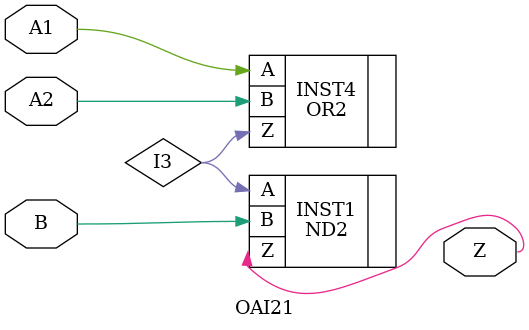
<source format=v>
`timescale 1 ns / 100 ps

/* Created by DB2VERILOG Version 1.2.0.2 on Fri Aug  5 11:14:20 1994 */
/* module compiled from "lsl2db 4.0.3" run */

module OAI21 (A1, A2, B, Z);
input  A1, A2, B;
output Z;
ND2 INST1 (.A(I3), .B(B), .Z(Z));
OR2 INST4 (.A(A1), .B(A2), .Z(I3));

endmodule


</source>
